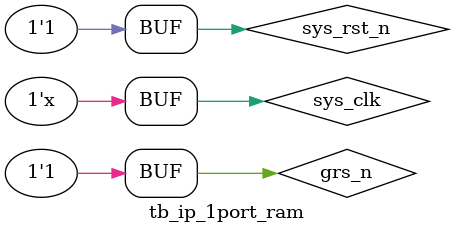
<source format=v>
`timescale 1ns / 1ps        //·ÂÕæµ¥Î»/·ÂÕæ¾«¶È

module tb_ip_1port_ram();

//È«¾Ö¸´Î»
reg  grs_n;
GTP_GRS GRS_INST(
    .GRS_N (grs_n)
    );
    
initial begin
    grs_n = 1'b0;
    #5000 grs_n = 1'b1;
end

//parameter define
parameter  CLK_PERIOD = 20; //Ê±ÖÓÖÜÆÚ 20ns

//reg define
reg     sys_clk;
reg     sys_rst_n;

//wire define
wire  [7:0] ram_wr_data;
wire  [7:0] ram_rd_data;
wire  [4:0] ram_addr   ;
wire        ram_rw_en  ;

//ÐÅºÅ³õÊ¼»¯
initial begin
    sys_clk = 1'b0;
    sys_rst_n = 1'b0;
    #200
    sys_rst_n = 1'b1;
end

//²úÉúÊ±ÖÓ
always #(CLK_PERIOD/2) sys_clk = ~sys_clk;

ip_1port_ram u_ip_1port_ram(
    .sys_clk          (sys_clk    ),
    .sys_rst_n        (sys_rst_n  ),
    .ram_wr_data      (ram_wr_data),
    .ram_rd_data      (ram_rd_data),
    .ram_addr         (ram_addr   ),
    .ram_rw_en        (ram_rw_en  )
    );

endmodule

</source>
